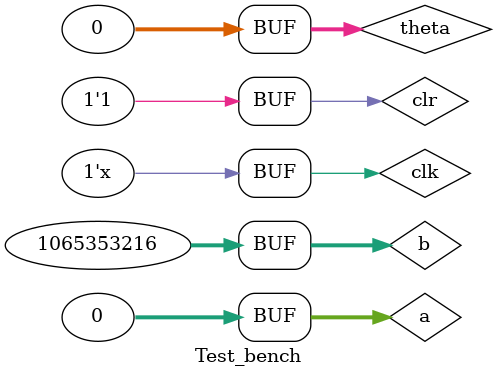
<source format=v>
`timescale 1ns / 1ps


module Test_bench();
parameter M = 23, E = 8, I = 12;
reg [M+E:0]a, b, theta;
reg clk, clr;
wire [M+E:0]c, d;

Cordic_hardware shift(.x1(a), .y1(b), .clk(clk), .clr(clr), .angle(theta), .x2(c), .y2(d));
always #50 clk <= ~clk;

initial
 begin
  clk = 0;
  clr = 1;
  #100 clr = 0;
  a = 32'h41200000;  //10
  b = 32'h41200000;  //10
  theta = 32'h41200000; //10
  #100
  a = 32'h40800000;  //4
  b = 32'h40800000;  //4
  theta = 32'h41F00000; //30
  #100
  a = 32'h40C00000; // 6
  b = 32'h41800000; //16
  theta = 32'h42700000; //60
  #100
  a = 32'h3F800000; //1
  b = 32'h00000000; //0
  theta = 32'h42340000; //45
  #100
  a = 32'h00000000; //0
  b = 32'h3F800000; //1
  theta = 32'h42B40000; //90
  #100
  a = 32'h00000000; //0
  b = 32'h3F800000; //1
  theta = 32'h00000000; //90
  #1400 clr = 1;
  
 end

endmodule

</source>
